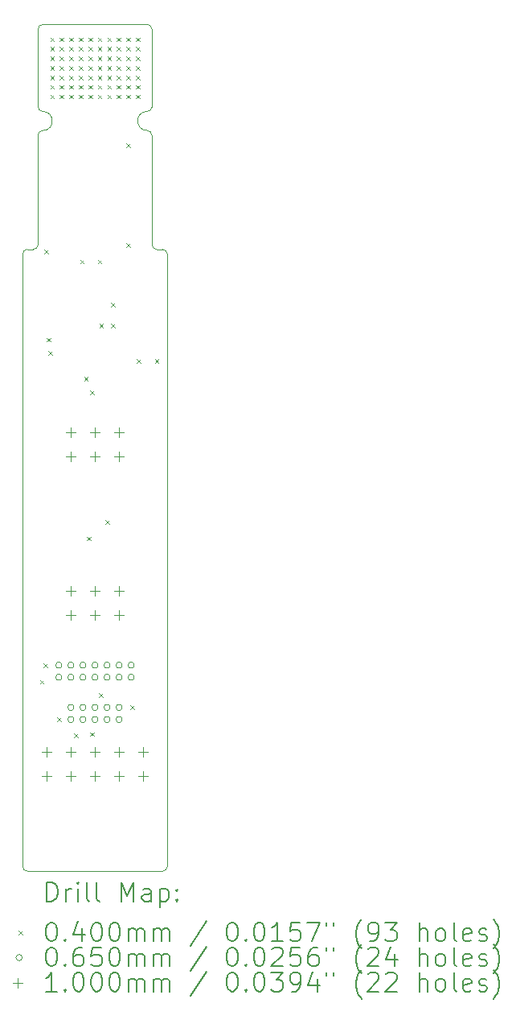
<source format=gbr>
%TF.GenerationSoftware,KiCad,Pcbnew,7.0.10*%
%TF.CreationDate,2024-01-06T05:40:19+01:00*%
%TF.ProjectId,universal-tc2030,756e6976-6572-4736-916c-2d7463323033,rev?*%
%TF.SameCoordinates,Original*%
%TF.FileFunction,Drillmap*%
%TF.FilePolarity,Positive*%
%FSLAX45Y45*%
G04 Gerber Fmt 4.5, Leading zero omitted, Abs format (unit mm)*
G04 Created by KiCad (PCBNEW 7.0.10) date 2024-01-06 05:40:19*
%MOMM*%
%LPD*%
G01*
G04 APERTURE LIST*
%ADD10C,0.100000*%
%ADD11C,0.200000*%
G04 APERTURE END LIST*
D10*
X14450000Y-5000000D02*
G75*
G03*
X14450000Y-4800000I0J100000D01*
G01*
X14350000Y-6250000D02*
G75*
G03*
X14400000Y-6200000I0J50000D01*
G01*
X14288000Y-12790000D02*
X15712000Y-12790000D01*
X15600000Y-5050000D02*
G75*
G03*
X15550000Y-5000000I-50000J0D01*
G01*
X14238000Y-6300000D02*
X14238000Y-12740000D01*
X14400000Y-3935000D02*
X14400000Y-4750000D01*
X14450000Y-3885000D02*
X15550000Y-3885000D01*
X15600000Y-3935000D02*
X15600000Y-4750000D01*
X15650000Y-6250000D02*
X15712000Y-6250000D01*
X14288000Y-6250000D02*
G75*
G03*
X14238000Y-6300000I0J-50000D01*
G01*
X14238000Y-12740000D02*
G75*
G03*
X14288000Y-12790000I50000J0D01*
G01*
X15550000Y-4800000D02*
G75*
G03*
X15600000Y-4750000I0J50000D01*
G01*
X14450000Y-5000000D02*
G75*
G03*
X14400000Y-5050000I0J-50000D01*
G01*
X14400000Y-6200000D02*
X14400000Y-5050000D01*
X14450000Y-3885000D02*
G75*
G03*
X14400000Y-3935000I0J-50000D01*
G01*
X15712000Y-12790000D02*
G75*
G03*
X15762000Y-12740000I0J50000D01*
G01*
X15762000Y-6300000D02*
X15762000Y-12740000D01*
X15600000Y-3935000D02*
G75*
G03*
X15550000Y-3885000I-50000J0D01*
G01*
X15600000Y-5050000D02*
X15600000Y-6200000D01*
X14350000Y-6250000D02*
X14288000Y-6250000D01*
X15762000Y-6300000D02*
G75*
G03*
X15712000Y-6250000I-50000J0D01*
G01*
X14400000Y-4750000D02*
G75*
G03*
X14450000Y-4800000I50000J0D01*
G01*
X15600000Y-6200000D02*
G75*
G03*
X15650000Y-6250000I50000J0D01*
G01*
X15550000Y-4800000D02*
G75*
G03*
X15550000Y-5000000I0J-100000D01*
G01*
D11*
D10*
X14420000Y-10780000D02*
X14460000Y-10820000D01*
X14460000Y-10780000D02*
X14420000Y-10820000D01*
X14459000Y-10603000D02*
X14499000Y-10643000D01*
X14499000Y-10603000D02*
X14459000Y-10643000D01*
X14465000Y-6253000D02*
X14505000Y-6293000D01*
X14505000Y-6253000D02*
X14465000Y-6293000D01*
X14490000Y-7181000D02*
X14530000Y-7221000D01*
X14530000Y-7181000D02*
X14490000Y-7221000D01*
X14508500Y-7320750D02*
X14548500Y-7360750D01*
X14548500Y-7320750D02*
X14508500Y-7360750D01*
X14530000Y-4022500D02*
X14570000Y-4062500D01*
X14570000Y-4022500D02*
X14530000Y-4062500D01*
X14530000Y-4122500D02*
X14570000Y-4162500D01*
X14570000Y-4122500D02*
X14530000Y-4162500D01*
X14530000Y-4222500D02*
X14570000Y-4262500D01*
X14570000Y-4222500D02*
X14530000Y-4262500D01*
X14530000Y-4322500D02*
X14570000Y-4362500D01*
X14570000Y-4322500D02*
X14530000Y-4362500D01*
X14530000Y-4422500D02*
X14570000Y-4462500D01*
X14570000Y-4422500D02*
X14530000Y-4462500D01*
X14530000Y-4522500D02*
X14570000Y-4562500D01*
X14570000Y-4522500D02*
X14530000Y-4562500D01*
X14530000Y-4622500D02*
X14570000Y-4662500D01*
X14570000Y-4622500D02*
X14530000Y-4662500D01*
X14600000Y-11170000D02*
X14640000Y-11210000D01*
X14640000Y-11170000D02*
X14600000Y-11210000D01*
X14630000Y-4022500D02*
X14670000Y-4062500D01*
X14670000Y-4022500D02*
X14630000Y-4062500D01*
X14630000Y-4122500D02*
X14670000Y-4162500D01*
X14670000Y-4122500D02*
X14630000Y-4162500D01*
X14630000Y-4222500D02*
X14670000Y-4262500D01*
X14670000Y-4222500D02*
X14630000Y-4262500D01*
X14630000Y-4322500D02*
X14670000Y-4362500D01*
X14670000Y-4322500D02*
X14630000Y-4362500D01*
X14630000Y-4422500D02*
X14670000Y-4462500D01*
X14670000Y-4422500D02*
X14630000Y-4462500D01*
X14630000Y-4522500D02*
X14670000Y-4562500D01*
X14670000Y-4522500D02*
X14630000Y-4562500D01*
X14630000Y-4622500D02*
X14670000Y-4662500D01*
X14670000Y-4622500D02*
X14630000Y-4662500D01*
X14730000Y-4022500D02*
X14770000Y-4062500D01*
X14770000Y-4022500D02*
X14730000Y-4062500D01*
X14730000Y-4122500D02*
X14770000Y-4162500D01*
X14770000Y-4122500D02*
X14730000Y-4162500D01*
X14730000Y-4222500D02*
X14770000Y-4262500D01*
X14770000Y-4222500D02*
X14730000Y-4262500D01*
X14730000Y-4322500D02*
X14770000Y-4362500D01*
X14770000Y-4322500D02*
X14730000Y-4362500D01*
X14730000Y-4422500D02*
X14770000Y-4462500D01*
X14770000Y-4422500D02*
X14730000Y-4462500D01*
X14730000Y-4522500D02*
X14770000Y-4562500D01*
X14770000Y-4522500D02*
X14730000Y-4562500D01*
X14730000Y-4622500D02*
X14770000Y-4662500D01*
X14770000Y-4622500D02*
X14730000Y-4662500D01*
X14780000Y-11340000D02*
X14820000Y-11380000D01*
X14820000Y-11340000D02*
X14780000Y-11380000D01*
X14830000Y-4022500D02*
X14870000Y-4062500D01*
X14870000Y-4022500D02*
X14830000Y-4062500D01*
X14830000Y-4122500D02*
X14870000Y-4162500D01*
X14870000Y-4122500D02*
X14830000Y-4162500D01*
X14830000Y-4222500D02*
X14870000Y-4262500D01*
X14870000Y-4222500D02*
X14830000Y-4262500D01*
X14830000Y-4322500D02*
X14870000Y-4362500D01*
X14870000Y-4322500D02*
X14830000Y-4362500D01*
X14830000Y-4422500D02*
X14870000Y-4462500D01*
X14870000Y-4422500D02*
X14830000Y-4462500D01*
X14830000Y-4522500D02*
X14870000Y-4562500D01*
X14870000Y-4522500D02*
X14830000Y-4562500D01*
X14830000Y-4622500D02*
X14870000Y-4662500D01*
X14870000Y-4622500D02*
X14830000Y-4662500D01*
X14842000Y-6360000D02*
X14882000Y-6400000D01*
X14882000Y-6360000D02*
X14842000Y-6400000D01*
X14886500Y-7590750D02*
X14926500Y-7630750D01*
X14926500Y-7590750D02*
X14886500Y-7630750D01*
X14916500Y-9273000D02*
X14956500Y-9313000D01*
X14956500Y-9273000D02*
X14916500Y-9313000D01*
X14930000Y-4022500D02*
X14970000Y-4062500D01*
X14970000Y-4022500D02*
X14930000Y-4062500D01*
X14930000Y-4122500D02*
X14970000Y-4162500D01*
X14970000Y-4122500D02*
X14930000Y-4162500D01*
X14930000Y-4222500D02*
X14970000Y-4262500D01*
X14970000Y-4222500D02*
X14930000Y-4262500D01*
X14930000Y-4322500D02*
X14970000Y-4362500D01*
X14970000Y-4322500D02*
X14930000Y-4362500D01*
X14930000Y-4422500D02*
X14970000Y-4462500D01*
X14970000Y-4422500D02*
X14930000Y-4462500D01*
X14930000Y-4522500D02*
X14970000Y-4562500D01*
X14970000Y-4522500D02*
X14930000Y-4562500D01*
X14930000Y-4622500D02*
X14970000Y-4662500D01*
X14970000Y-4622500D02*
X14930000Y-4662500D01*
X14946500Y-7736000D02*
X14986500Y-7776000D01*
X14986500Y-7736000D02*
X14946500Y-7776000D01*
X14950000Y-11330000D02*
X14990000Y-11370000D01*
X14990000Y-11330000D02*
X14950000Y-11370000D01*
X15030000Y-4022500D02*
X15070000Y-4062500D01*
X15070000Y-4022500D02*
X15030000Y-4062500D01*
X15030000Y-4122500D02*
X15070000Y-4162500D01*
X15070000Y-4122500D02*
X15030000Y-4162500D01*
X15030000Y-4222500D02*
X15070000Y-4262500D01*
X15070000Y-4222500D02*
X15030000Y-4262500D01*
X15030000Y-4322500D02*
X15070000Y-4362500D01*
X15070000Y-4322500D02*
X15030000Y-4362500D01*
X15030000Y-4422500D02*
X15070000Y-4462500D01*
X15070000Y-4422500D02*
X15030000Y-4462500D01*
X15030000Y-4522500D02*
X15070000Y-4562500D01*
X15070000Y-4522500D02*
X15030000Y-4562500D01*
X15030000Y-4622500D02*
X15070000Y-4662500D01*
X15070000Y-4622500D02*
X15030000Y-4662500D01*
X15030000Y-6360000D02*
X15070000Y-6400000D01*
X15070000Y-6360000D02*
X15030000Y-6400000D01*
X15043500Y-10920000D02*
X15083500Y-10960000D01*
X15083500Y-10920000D02*
X15043500Y-10960000D01*
X15046000Y-7035000D02*
X15086000Y-7075000D01*
X15086000Y-7035000D02*
X15046000Y-7075000D01*
X15109426Y-9100574D02*
X15149426Y-9140574D01*
X15149426Y-9100574D02*
X15109426Y-9140574D01*
X15130000Y-4022500D02*
X15170000Y-4062500D01*
X15170000Y-4022500D02*
X15130000Y-4062500D01*
X15130000Y-4122500D02*
X15170000Y-4162500D01*
X15170000Y-4122500D02*
X15130000Y-4162500D01*
X15130000Y-4222500D02*
X15170000Y-4262500D01*
X15170000Y-4222500D02*
X15130000Y-4262500D01*
X15130000Y-4322500D02*
X15170000Y-4362500D01*
X15170000Y-4322500D02*
X15130000Y-4362500D01*
X15130000Y-4422500D02*
X15170000Y-4462500D01*
X15170000Y-4422500D02*
X15130000Y-4462500D01*
X15130000Y-4522500D02*
X15170000Y-4562500D01*
X15170000Y-4522500D02*
X15130000Y-4562500D01*
X15130000Y-4622500D02*
X15170000Y-4662500D01*
X15170000Y-4622500D02*
X15130000Y-4662500D01*
X15166000Y-7035000D02*
X15206000Y-7075000D01*
X15206000Y-7035000D02*
X15166000Y-7075000D01*
X15170500Y-6815000D02*
X15210500Y-6855000D01*
X15210500Y-6815000D02*
X15170500Y-6855000D01*
X15230000Y-4022500D02*
X15270000Y-4062500D01*
X15270000Y-4022500D02*
X15230000Y-4062500D01*
X15230000Y-4122500D02*
X15270000Y-4162500D01*
X15270000Y-4122500D02*
X15230000Y-4162500D01*
X15230000Y-4222500D02*
X15270000Y-4262500D01*
X15270000Y-4222500D02*
X15230000Y-4262500D01*
X15230000Y-4322500D02*
X15270000Y-4362500D01*
X15270000Y-4322500D02*
X15230000Y-4362500D01*
X15230000Y-4422500D02*
X15270000Y-4462500D01*
X15270000Y-4422500D02*
X15230000Y-4462500D01*
X15230000Y-4522500D02*
X15270000Y-4562500D01*
X15270000Y-4522500D02*
X15230000Y-4562500D01*
X15230000Y-4622500D02*
X15270000Y-4662500D01*
X15270000Y-4622500D02*
X15230000Y-4662500D01*
X15330000Y-4022500D02*
X15370000Y-4062500D01*
X15370000Y-4022500D02*
X15330000Y-4062500D01*
X15330000Y-4122500D02*
X15370000Y-4162500D01*
X15370000Y-4122500D02*
X15330000Y-4162500D01*
X15330000Y-4222500D02*
X15370000Y-4262500D01*
X15370000Y-4222500D02*
X15330000Y-4262500D01*
X15330000Y-4322500D02*
X15370000Y-4362500D01*
X15370000Y-4322500D02*
X15330000Y-4362500D01*
X15330000Y-4422500D02*
X15370000Y-4462500D01*
X15370000Y-4422500D02*
X15330000Y-4462500D01*
X15330000Y-4522500D02*
X15370000Y-4562500D01*
X15370000Y-4522500D02*
X15330000Y-4562500D01*
X15330000Y-4622500D02*
X15370000Y-4662500D01*
X15370000Y-4622500D02*
X15330000Y-4662500D01*
X15330000Y-5134000D02*
X15370000Y-5174000D01*
X15370000Y-5134000D02*
X15330000Y-5174000D01*
X15330000Y-6185000D02*
X15370000Y-6225000D01*
X15370000Y-6185000D02*
X15330000Y-6225000D01*
X15374000Y-11048000D02*
X15414000Y-11088000D01*
X15414000Y-11048000D02*
X15374000Y-11088000D01*
X15430000Y-4022500D02*
X15470000Y-4062500D01*
X15470000Y-4022500D02*
X15430000Y-4062500D01*
X15430000Y-4122500D02*
X15470000Y-4162500D01*
X15470000Y-4122500D02*
X15430000Y-4162500D01*
X15430000Y-4222500D02*
X15470000Y-4262500D01*
X15470000Y-4222500D02*
X15430000Y-4262500D01*
X15430000Y-4322500D02*
X15470000Y-4362500D01*
X15470000Y-4322500D02*
X15430000Y-4362500D01*
X15430000Y-4422500D02*
X15470000Y-4462500D01*
X15470000Y-4422500D02*
X15430000Y-4462500D01*
X15430000Y-4522500D02*
X15470000Y-4562500D01*
X15470000Y-4522500D02*
X15430000Y-4562500D01*
X15430000Y-4622500D02*
X15470000Y-4662500D01*
X15470000Y-4622500D02*
X15430000Y-4662500D01*
X15441500Y-7403000D02*
X15481500Y-7443000D01*
X15481500Y-7403000D02*
X15441500Y-7443000D01*
X15631500Y-7403000D02*
X15671500Y-7443000D01*
X15671500Y-7403000D02*
X15631500Y-7443000D01*
X14651500Y-10623000D02*
G75*
G03*
X14586500Y-10623000I-32500J0D01*
G01*
X14586500Y-10623000D02*
G75*
G03*
X14651500Y-10623000I32500J0D01*
G01*
X14651500Y-10750000D02*
G75*
G03*
X14586500Y-10750000I-32500J0D01*
G01*
X14586500Y-10750000D02*
G75*
G03*
X14651500Y-10750000I32500J0D01*
G01*
X14778500Y-10623000D02*
G75*
G03*
X14713500Y-10623000I-32500J0D01*
G01*
X14713500Y-10623000D02*
G75*
G03*
X14778500Y-10623000I32500J0D01*
G01*
X14778500Y-10750000D02*
G75*
G03*
X14713500Y-10750000I-32500J0D01*
G01*
X14713500Y-10750000D02*
G75*
G03*
X14778500Y-10750000I32500J0D01*
G01*
X14778500Y-11068000D02*
G75*
G03*
X14713500Y-11068000I-32500J0D01*
G01*
X14713500Y-11068000D02*
G75*
G03*
X14778500Y-11068000I32500J0D01*
G01*
X14778500Y-11195000D02*
G75*
G03*
X14713500Y-11195000I-32500J0D01*
G01*
X14713500Y-11195000D02*
G75*
G03*
X14778500Y-11195000I32500J0D01*
G01*
X14905500Y-10623000D02*
G75*
G03*
X14840500Y-10623000I-32500J0D01*
G01*
X14840500Y-10623000D02*
G75*
G03*
X14905500Y-10623000I32500J0D01*
G01*
X14905500Y-10750000D02*
G75*
G03*
X14840500Y-10750000I-32500J0D01*
G01*
X14840500Y-10750000D02*
G75*
G03*
X14905500Y-10750000I32500J0D01*
G01*
X14905500Y-11068000D02*
G75*
G03*
X14840500Y-11068000I-32500J0D01*
G01*
X14840500Y-11068000D02*
G75*
G03*
X14905500Y-11068000I32500J0D01*
G01*
X14905500Y-11195000D02*
G75*
G03*
X14840500Y-11195000I-32500J0D01*
G01*
X14840500Y-11195000D02*
G75*
G03*
X14905500Y-11195000I32500J0D01*
G01*
X15032500Y-10623000D02*
G75*
G03*
X14967500Y-10623000I-32500J0D01*
G01*
X14967500Y-10623000D02*
G75*
G03*
X15032500Y-10623000I32500J0D01*
G01*
X15032500Y-10750000D02*
G75*
G03*
X14967500Y-10750000I-32500J0D01*
G01*
X14967500Y-10750000D02*
G75*
G03*
X15032500Y-10750000I32500J0D01*
G01*
X15032500Y-11068000D02*
G75*
G03*
X14967500Y-11068000I-32500J0D01*
G01*
X14967500Y-11068000D02*
G75*
G03*
X15032500Y-11068000I32500J0D01*
G01*
X15032500Y-11195000D02*
G75*
G03*
X14967500Y-11195000I-32500J0D01*
G01*
X14967500Y-11195000D02*
G75*
G03*
X15032500Y-11195000I32500J0D01*
G01*
X15159500Y-10623000D02*
G75*
G03*
X15094500Y-10623000I-32500J0D01*
G01*
X15094500Y-10623000D02*
G75*
G03*
X15159500Y-10623000I32500J0D01*
G01*
X15159500Y-10750000D02*
G75*
G03*
X15094500Y-10750000I-32500J0D01*
G01*
X15094500Y-10750000D02*
G75*
G03*
X15159500Y-10750000I32500J0D01*
G01*
X15159500Y-11068000D02*
G75*
G03*
X15094500Y-11068000I-32500J0D01*
G01*
X15094500Y-11068000D02*
G75*
G03*
X15159500Y-11068000I32500J0D01*
G01*
X15159500Y-11195000D02*
G75*
G03*
X15094500Y-11195000I-32500J0D01*
G01*
X15094500Y-11195000D02*
G75*
G03*
X15159500Y-11195000I32500J0D01*
G01*
X15286500Y-10623000D02*
G75*
G03*
X15221500Y-10623000I-32500J0D01*
G01*
X15221500Y-10623000D02*
G75*
G03*
X15286500Y-10623000I32500J0D01*
G01*
X15286500Y-10750000D02*
G75*
G03*
X15221500Y-10750000I-32500J0D01*
G01*
X15221500Y-10750000D02*
G75*
G03*
X15286500Y-10750000I32500J0D01*
G01*
X15286500Y-11068000D02*
G75*
G03*
X15221500Y-11068000I-32500J0D01*
G01*
X15221500Y-11068000D02*
G75*
G03*
X15286500Y-11068000I32500J0D01*
G01*
X15286500Y-11195000D02*
G75*
G03*
X15221500Y-11195000I-32500J0D01*
G01*
X15221500Y-11195000D02*
G75*
G03*
X15286500Y-11195000I32500J0D01*
G01*
X15413500Y-10623000D02*
G75*
G03*
X15348500Y-10623000I-32500J0D01*
G01*
X15348500Y-10623000D02*
G75*
G03*
X15413500Y-10623000I32500J0D01*
G01*
X15413500Y-10750000D02*
G75*
G03*
X15348500Y-10750000I-32500J0D01*
G01*
X15348500Y-10750000D02*
G75*
G03*
X15413500Y-10750000I32500J0D01*
G01*
X14492000Y-11483000D02*
X14492000Y-11583000D01*
X14442000Y-11533000D02*
X14542000Y-11533000D01*
X14492000Y-11737000D02*
X14492000Y-11837000D01*
X14442000Y-11787000D02*
X14542000Y-11787000D01*
X14746000Y-8121000D02*
X14746000Y-8221000D01*
X14696000Y-8171000D02*
X14796000Y-8171000D01*
X14746000Y-8375000D02*
X14746000Y-8475000D01*
X14696000Y-8425000D02*
X14796000Y-8425000D01*
X14746000Y-9791000D02*
X14746000Y-9891000D01*
X14696000Y-9841000D02*
X14796000Y-9841000D01*
X14746000Y-10045000D02*
X14746000Y-10145000D01*
X14696000Y-10095000D02*
X14796000Y-10095000D01*
X14746000Y-11483000D02*
X14746000Y-11583000D01*
X14696000Y-11533000D02*
X14796000Y-11533000D01*
X14746000Y-11737000D02*
X14746000Y-11837000D01*
X14696000Y-11787000D02*
X14796000Y-11787000D01*
X15000000Y-8121000D02*
X15000000Y-8221000D01*
X14950000Y-8171000D02*
X15050000Y-8171000D01*
X15000000Y-8375000D02*
X15000000Y-8475000D01*
X14950000Y-8425000D02*
X15050000Y-8425000D01*
X15000000Y-9791000D02*
X15000000Y-9891000D01*
X14950000Y-9841000D02*
X15050000Y-9841000D01*
X15000000Y-10045000D02*
X15000000Y-10145000D01*
X14950000Y-10095000D02*
X15050000Y-10095000D01*
X15000000Y-11483000D02*
X15000000Y-11583000D01*
X14950000Y-11533000D02*
X15050000Y-11533000D01*
X15000000Y-11737000D02*
X15000000Y-11837000D01*
X14950000Y-11787000D02*
X15050000Y-11787000D01*
X15254000Y-8121000D02*
X15254000Y-8221000D01*
X15204000Y-8171000D02*
X15304000Y-8171000D01*
X15254000Y-8375000D02*
X15254000Y-8475000D01*
X15204000Y-8425000D02*
X15304000Y-8425000D01*
X15254000Y-9791000D02*
X15254000Y-9891000D01*
X15204000Y-9841000D02*
X15304000Y-9841000D01*
X15254000Y-10045000D02*
X15254000Y-10145000D01*
X15204000Y-10095000D02*
X15304000Y-10095000D01*
X15254000Y-11483000D02*
X15254000Y-11583000D01*
X15204000Y-11533000D02*
X15304000Y-11533000D01*
X15254000Y-11737000D02*
X15254000Y-11837000D01*
X15204000Y-11787000D02*
X15304000Y-11787000D01*
X15508000Y-11483000D02*
X15508000Y-11583000D01*
X15458000Y-11533000D02*
X15558000Y-11533000D01*
X15508000Y-11737000D02*
X15508000Y-11837000D01*
X15458000Y-11787000D02*
X15558000Y-11787000D01*
D11*
X14493777Y-13106484D02*
X14493777Y-12906484D01*
X14493777Y-12906484D02*
X14541396Y-12906484D01*
X14541396Y-12906484D02*
X14569967Y-12916008D01*
X14569967Y-12916008D02*
X14589015Y-12935055D01*
X14589015Y-12935055D02*
X14598539Y-12954103D01*
X14598539Y-12954103D02*
X14608062Y-12992198D01*
X14608062Y-12992198D02*
X14608062Y-13020769D01*
X14608062Y-13020769D02*
X14598539Y-13058865D01*
X14598539Y-13058865D02*
X14589015Y-13077912D01*
X14589015Y-13077912D02*
X14569967Y-13096960D01*
X14569967Y-13096960D02*
X14541396Y-13106484D01*
X14541396Y-13106484D02*
X14493777Y-13106484D01*
X14693777Y-13106484D02*
X14693777Y-12973150D01*
X14693777Y-13011246D02*
X14703301Y-12992198D01*
X14703301Y-12992198D02*
X14712824Y-12982674D01*
X14712824Y-12982674D02*
X14731872Y-12973150D01*
X14731872Y-12973150D02*
X14750920Y-12973150D01*
X14817586Y-13106484D02*
X14817586Y-12973150D01*
X14817586Y-12906484D02*
X14808062Y-12916008D01*
X14808062Y-12916008D02*
X14817586Y-12925531D01*
X14817586Y-12925531D02*
X14827110Y-12916008D01*
X14827110Y-12916008D02*
X14817586Y-12906484D01*
X14817586Y-12906484D02*
X14817586Y-12925531D01*
X14941396Y-13106484D02*
X14922348Y-13096960D01*
X14922348Y-13096960D02*
X14912824Y-13077912D01*
X14912824Y-13077912D02*
X14912824Y-12906484D01*
X15046158Y-13106484D02*
X15027110Y-13096960D01*
X15027110Y-13096960D02*
X15017586Y-13077912D01*
X15017586Y-13077912D02*
X15017586Y-12906484D01*
X15274729Y-13106484D02*
X15274729Y-12906484D01*
X15274729Y-12906484D02*
X15341396Y-13049341D01*
X15341396Y-13049341D02*
X15408062Y-12906484D01*
X15408062Y-12906484D02*
X15408062Y-13106484D01*
X15589015Y-13106484D02*
X15589015Y-13001722D01*
X15589015Y-13001722D02*
X15579491Y-12982674D01*
X15579491Y-12982674D02*
X15560443Y-12973150D01*
X15560443Y-12973150D02*
X15522348Y-12973150D01*
X15522348Y-12973150D02*
X15503301Y-12982674D01*
X15589015Y-13096960D02*
X15569967Y-13106484D01*
X15569967Y-13106484D02*
X15522348Y-13106484D01*
X15522348Y-13106484D02*
X15503301Y-13096960D01*
X15503301Y-13096960D02*
X15493777Y-13077912D01*
X15493777Y-13077912D02*
X15493777Y-13058865D01*
X15493777Y-13058865D02*
X15503301Y-13039817D01*
X15503301Y-13039817D02*
X15522348Y-13030293D01*
X15522348Y-13030293D02*
X15569967Y-13030293D01*
X15569967Y-13030293D02*
X15589015Y-13020769D01*
X15684253Y-12973150D02*
X15684253Y-13173150D01*
X15684253Y-12982674D02*
X15703301Y-12973150D01*
X15703301Y-12973150D02*
X15741396Y-12973150D01*
X15741396Y-12973150D02*
X15760443Y-12982674D01*
X15760443Y-12982674D02*
X15769967Y-12992198D01*
X15769967Y-12992198D02*
X15779491Y-13011246D01*
X15779491Y-13011246D02*
X15779491Y-13068388D01*
X15779491Y-13068388D02*
X15769967Y-13087436D01*
X15769967Y-13087436D02*
X15760443Y-13096960D01*
X15760443Y-13096960D02*
X15741396Y-13106484D01*
X15741396Y-13106484D02*
X15703301Y-13106484D01*
X15703301Y-13106484D02*
X15684253Y-13096960D01*
X15865205Y-13087436D02*
X15874729Y-13096960D01*
X15874729Y-13096960D02*
X15865205Y-13106484D01*
X15865205Y-13106484D02*
X15855682Y-13096960D01*
X15855682Y-13096960D02*
X15865205Y-13087436D01*
X15865205Y-13087436D02*
X15865205Y-13106484D01*
X15865205Y-12982674D02*
X15874729Y-12992198D01*
X15874729Y-12992198D02*
X15865205Y-13001722D01*
X15865205Y-13001722D02*
X15855682Y-12992198D01*
X15855682Y-12992198D02*
X15865205Y-12982674D01*
X15865205Y-12982674D02*
X15865205Y-13001722D01*
D10*
X14193000Y-13415000D02*
X14233000Y-13455000D01*
X14233000Y-13415000D02*
X14193000Y-13455000D01*
D11*
X14531872Y-13326484D02*
X14550920Y-13326484D01*
X14550920Y-13326484D02*
X14569967Y-13336008D01*
X14569967Y-13336008D02*
X14579491Y-13345531D01*
X14579491Y-13345531D02*
X14589015Y-13364579D01*
X14589015Y-13364579D02*
X14598539Y-13402674D01*
X14598539Y-13402674D02*
X14598539Y-13450293D01*
X14598539Y-13450293D02*
X14589015Y-13488388D01*
X14589015Y-13488388D02*
X14579491Y-13507436D01*
X14579491Y-13507436D02*
X14569967Y-13516960D01*
X14569967Y-13516960D02*
X14550920Y-13526484D01*
X14550920Y-13526484D02*
X14531872Y-13526484D01*
X14531872Y-13526484D02*
X14512824Y-13516960D01*
X14512824Y-13516960D02*
X14503301Y-13507436D01*
X14503301Y-13507436D02*
X14493777Y-13488388D01*
X14493777Y-13488388D02*
X14484253Y-13450293D01*
X14484253Y-13450293D02*
X14484253Y-13402674D01*
X14484253Y-13402674D02*
X14493777Y-13364579D01*
X14493777Y-13364579D02*
X14503301Y-13345531D01*
X14503301Y-13345531D02*
X14512824Y-13336008D01*
X14512824Y-13336008D02*
X14531872Y-13326484D01*
X14684253Y-13507436D02*
X14693777Y-13516960D01*
X14693777Y-13516960D02*
X14684253Y-13526484D01*
X14684253Y-13526484D02*
X14674729Y-13516960D01*
X14674729Y-13516960D02*
X14684253Y-13507436D01*
X14684253Y-13507436D02*
X14684253Y-13526484D01*
X14865205Y-13393150D02*
X14865205Y-13526484D01*
X14817586Y-13316960D02*
X14769967Y-13459817D01*
X14769967Y-13459817D02*
X14893777Y-13459817D01*
X15008062Y-13326484D02*
X15027110Y-13326484D01*
X15027110Y-13326484D02*
X15046158Y-13336008D01*
X15046158Y-13336008D02*
X15055682Y-13345531D01*
X15055682Y-13345531D02*
X15065205Y-13364579D01*
X15065205Y-13364579D02*
X15074729Y-13402674D01*
X15074729Y-13402674D02*
X15074729Y-13450293D01*
X15074729Y-13450293D02*
X15065205Y-13488388D01*
X15065205Y-13488388D02*
X15055682Y-13507436D01*
X15055682Y-13507436D02*
X15046158Y-13516960D01*
X15046158Y-13516960D02*
X15027110Y-13526484D01*
X15027110Y-13526484D02*
X15008062Y-13526484D01*
X15008062Y-13526484D02*
X14989015Y-13516960D01*
X14989015Y-13516960D02*
X14979491Y-13507436D01*
X14979491Y-13507436D02*
X14969967Y-13488388D01*
X14969967Y-13488388D02*
X14960443Y-13450293D01*
X14960443Y-13450293D02*
X14960443Y-13402674D01*
X14960443Y-13402674D02*
X14969967Y-13364579D01*
X14969967Y-13364579D02*
X14979491Y-13345531D01*
X14979491Y-13345531D02*
X14989015Y-13336008D01*
X14989015Y-13336008D02*
X15008062Y-13326484D01*
X15198539Y-13326484D02*
X15217586Y-13326484D01*
X15217586Y-13326484D02*
X15236634Y-13336008D01*
X15236634Y-13336008D02*
X15246158Y-13345531D01*
X15246158Y-13345531D02*
X15255682Y-13364579D01*
X15255682Y-13364579D02*
X15265205Y-13402674D01*
X15265205Y-13402674D02*
X15265205Y-13450293D01*
X15265205Y-13450293D02*
X15255682Y-13488388D01*
X15255682Y-13488388D02*
X15246158Y-13507436D01*
X15246158Y-13507436D02*
X15236634Y-13516960D01*
X15236634Y-13516960D02*
X15217586Y-13526484D01*
X15217586Y-13526484D02*
X15198539Y-13526484D01*
X15198539Y-13526484D02*
X15179491Y-13516960D01*
X15179491Y-13516960D02*
X15169967Y-13507436D01*
X15169967Y-13507436D02*
X15160443Y-13488388D01*
X15160443Y-13488388D02*
X15150920Y-13450293D01*
X15150920Y-13450293D02*
X15150920Y-13402674D01*
X15150920Y-13402674D02*
X15160443Y-13364579D01*
X15160443Y-13364579D02*
X15169967Y-13345531D01*
X15169967Y-13345531D02*
X15179491Y-13336008D01*
X15179491Y-13336008D02*
X15198539Y-13326484D01*
X15350920Y-13526484D02*
X15350920Y-13393150D01*
X15350920Y-13412198D02*
X15360443Y-13402674D01*
X15360443Y-13402674D02*
X15379491Y-13393150D01*
X15379491Y-13393150D02*
X15408063Y-13393150D01*
X15408063Y-13393150D02*
X15427110Y-13402674D01*
X15427110Y-13402674D02*
X15436634Y-13421722D01*
X15436634Y-13421722D02*
X15436634Y-13526484D01*
X15436634Y-13421722D02*
X15446158Y-13402674D01*
X15446158Y-13402674D02*
X15465205Y-13393150D01*
X15465205Y-13393150D02*
X15493777Y-13393150D01*
X15493777Y-13393150D02*
X15512824Y-13402674D01*
X15512824Y-13402674D02*
X15522348Y-13421722D01*
X15522348Y-13421722D02*
X15522348Y-13526484D01*
X15617586Y-13526484D02*
X15617586Y-13393150D01*
X15617586Y-13412198D02*
X15627110Y-13402674D01*
X15627110Y-13402674D02*
X15646158Y-13393150D01*
X15646158Y-13393150D02*
X15674729Y-13393150D01*
X15674729Y-13393150D02*
X15693777Y-13402674D01*
X15693777Y-13402674D02*
X15703301Y-13421722D01*
X15703301Y-13421722D02*
X15703301Y-13526484D01*
X15703301Y-13421722D02*
X15712824Y-13402674D01*
X15712824Y-13402674D02*
X15731872Y-13393150D01*
X15731872Y-13393150D02*
X15760443Y-13393150D01*
X15760443Y-13393150D02*
X15779491Y-13402674D01*
X15779491Y-13402674D02*
X15789015Y-13421722D01*
X15789015Y-13421722D02*
X15789015Y-13526484D01*
X16179491Y-13316960D02*
X16008063Y-13574103D01*
X16436634Y-13326484D02*
X16455682Y-13326484D01*
X16455682Y-13326484D02*
X16474729Y-13336008D01*
X16474729Y-13336008D02*
X16484253Y-13345531D01*
X16484253Y-13345531D02*
X16493777Y-13364579D01*
X16493777Y-13364579D02*
X16503301Y-13402674D01*
X16503301Y-13402674D02*
X16503301Y-13450293D01*
X16503301Y-13450293D02*
X16493777Y-13488388D01*
X16493777Y-13488388D02*
X16484253Y-13507436D01*
X16484253Y-13507436D02*
X16474729Y-13516960D01*
X16474729Y-13516960D02*
X16455682Y-13526484D01*
X16455682Y-13526484D02*
X16436634Y-13526484D01*
X16436634Y-13526484D02*
X16417586Y-13516960D01*
X16417586Y-13516960D02*
X16408063Y-13507436D01*
X16408063Y-13507436D02*
X16398539Y-13488388D01*
X16398539Y-13488388D02*
X16389015Y-13450293D01*
X16389015Y-13450293D02*
X16389015Y-13402674D01*
X16389015Y-13402674D02*
X16398539Y-13364579D01*
X16398539Y-13364579D02*
X16408063Y-13345531D01*
X16408063Y-13345531D02*
X16417586Y-13336008D01*
X16417586Y-13336008D02*
X16436634Y-13326484D01*
X16589015Y-13507436D02*
X16598539Y-13516960D01*
X16598539Y-13516960D02*
X16589015Y-13526484D01*
X16589015Y-13526484D02*
X16579491Y-13516960D01*
X16579491Y-13516960D02*
X16589015Y-13507436D01*
X16589015Y-13507436D02*
X16589015Y-13526484D01*
X16722348Y-13326484D02*
X16741396Y-13326484D01*
X16741396Y-13326484D02*
X16760444Y-13336008D01*
X16760444Y-13336008D02*
X16769967Y-13345531D01*
X16769967Y-13345531D02*
X16779491Y-13364579D01*
X16779491Y-13364579D02*
X16789015Y-13402674D01*
X16789015Y-13402674D02*
X16789015Y-13450293D01*
X16789015Y-13450293D02*
X16779491Y-13488388D01*
X16779491Y-13488388D02*
X16769967Y-13507436D01*
X16769967Y-13507436D02*
X16760444Y-13516960D01*
X16760444Y-13516960D02*
X16741396Y-13526484D01*
X16741396Y-13526484D02*
X16722348Y-13526484D01*
X16722348Y-13526484D02*
X16703301Y-13516960D01*
X16703301Y-13516960D02*
X16693777Y-13507436D01*
X16693777Y-13507436D02*
X16684253Y-13488388D01*
X16684253Y-13488388D02*
X16674729Y-13450293D01*
X16674729Y-13450293D02*
X16674729Y-13402674D01*
X16674729Y-13402674D02*
X16684253Y-13364579D01*
X16684253Y-13364579D02*
X16693777Y-13345531D01*
X16693777Y-13345531D02*
X16703301Y-13336008D01*
X16703301Y-13336008D02*
X16722348Y-13326484D01*
X16979491Y-13526484D02*
X16865206Y-13526484D01*
X16922348Y-13526484D02*
X16922348Y-13326484D01*
X16922348Y-13326484D02*
X16903301Y-13355055D01*
X16903301Y-13355055D02*
X16884253Y-13374103D01*
X16884253Y-13374103D02*
X16865206Y-13383627D01*
X17160444Y-13326484D02*
X17065206Y-13326484D01*
X17065206Y-13326484D02*
X17055682Y-13421722D01*
X17055682Y-13421722D02*
X17065206Y-13412198D01*
X17065206Y-13412198D02*
X17084253Y-13402674D01*
X17084253Y-13402674D02*
X17131872Y-13402674D01*
X17131872Y-13402674D02*
X17150920Y-13412198D01*
X17150920Y-13412198D02*
X17160444Y-13421722D01*
X17160444Y-13421722D02*
X17169968Y-13440769D01*
X17169968Y-13440769D02*
X17169968Y-13488388D01*
X17169968Y-13488388D02*
X17160444Y-13507436D01*
X17160444Y-13507436D02*
X17150920Y-13516960D01*
X17150920Y-13516960D02*
X17131872Y-13526484D01*
X17131872Y-13526484D02*
X17084253Y-13526484D01*
X17084253Y-13526484D02*
X17065206Y-13516960D01*
X17065206Y-13516960D02*
X17055682Y-13507436D01*
X17236634Y-13326484D02*
X17369968Y-13326484D01*
X17369968Y-13326484D02*
X17284253Y-13526484D01*
X17436634Y-13326484D02*
X17436634Y-13364579D01*
X17512825Y-13326484D02*
X17512825Y-13364579D01*
X17808063Y-13602674D02*
X17798539Y-13593150D01*
X17798539Y-13593150D02*
X17779491Y-13564579D01*
X17779491Y-13564579D02*
X17769968Y-13545531D01*
X17769968Y-13545531D02*
X17760444Y-13516960D01*
X17760444Y-13516960D02*
X17750920Y-13469341D01*
X17750920Y-13469341D02*
X17750920Y-13431246D01*
X17750920Y-13431246D02*
X17760444Y-13383627D01*
X17760444Y-13383627D02*
X17769968Y-13355055D01*
X17769968Y-13355055D02*
X17779491Y-13336008D01*
X17779491Y-13336008D02*
X17798539Y-13307436D01*
X17798539Y-13307436D02*
X17808063Y-13297912D01*
X17893777Y-13526484D02*
X17931872Y-13526484D01*
X17931872Y-13526484D02*
X17950920Y-13516960D01*
X17950920Y-13516960D02*
X17960444Y-13507436D01*
X17960444Y-13507436D02*
X17979491Y-13478865D01*
X17979491Y-13478865D02*
X17989015Y-13440769D01*
X17989015Y-13440769D02*
X17989015Y-13364579D01*
X17989015Y-13364579D02*
X17979491Y-13345531D01*
X17979491Y-13345531D02*
X17969968Y-13336008D01*
X17969968Y-13336008D02*
X17950920Y-13326484D01*
X17950920Y-13326484D02*
X17912825Y-13326484D01*
X17912825Y-13326484D02*
X17893777Y-13336008D01*
X17893777Y-13336008D02*
X17884253Y-13345531D01*
X17884253Y-13345531D02*
X17874730Y-13364579D01*
X17874730Y-13364579D02*
X17874730Y-13412198D01*
X17874730Y-13412198D02*
X17884253Y-13431246D01*
X17884253Y-13431246D02*
X17893777Y-13440769D01*
X17893777Y-13440769D02*
X17912825Y-13450293D01*
X17912825Y-13450293D02*
X17950920Y-13450293D01*
X17950920Y-13450293D02*
X17969968Y-13440769D01*
X17969968Y-13440769D02*
X17979491Y-13431246D01*
X17979491Y-13431246D02*
X17989015Y-13412198D01*
X18055682Y-13326484D02*
X18179491Y-13326484D01*
X18179491Y-13326484D02*
X18112825Y-13402674D01*
X18112825Y-13402674D02*
X18141396Y-13402674D01*
X18141396Y-13402674D02*
X18160444Y-13412198D01*
X18160444Y-13412198D02*
X18169968Y-13421722D01*
X18169968Y-13421722D02*
X18179491Y-13440769D01*
X18179491Y-13440769D02*
X18179491Y-13488388D01*
X18179491Y-13488388D02*
X18169968Y-13507436D01*
X18169968Y-13507436D02*
X18160444Y-13516960D01*
X18160444Y-13516960D02*
X18141396Y-13526484D01*
X18141396Y-13526484D02*
X18084253Y-13526484D01*
X18084253Y-13526484D02*
X18065206Y-13516960D01*
X18065206Y-13516960D02*
X18055682Y-13507436D01*
X18417587Y-13526484D02*
X18417587Y-13326484D01*
X18503301Y-13526484D02*
X18503301Y-13421722D01*
X18503301Y-13421722D02*
X18493777Y-13402674D01*
X18493777Y-13402674D02*
X18474730Y-13393150D01*
X18474730Y-13393150D02*
X18446158Y-13393150D01*
X18446158Y-13393150D02*
X18427111Y-13402674D01*
X18427111Y-13402674D02*
X18417587Y-13412198D01*
X18627111Y-13526484D02*
X18608063Y-13516960D01*
X18608063Y-13516960D02*
X18598539Y-13507436D01*
X18598539Y-13507436D02*
X18589015Y-13488388D01*
X18589015Y-13488388D02*
X18589015Y-13431246D01*
X18589015Y-13431246D02*
X18598539Y-13412198D01*
X18598539Y-13412198D02*
X18608063Y-13402674D01*
X18608063Y-13402674D02*
X18627111Y-13393150D01*
X18627111Y-13393150D02*
X18655682Y-13393150D01*
X18655682Y-13393150D02*
X18674730Y-13402674D01*
X18674730Y-13402674D02*
X18684253Y-13412198D01*
X18684253Y-13412198D02*
X18693777Y-13431246D01*
X18693777Y-13431246D02*
X18693777Y-13488388D01*
X18693777Y-13488388D02*
X18684253Y-13507436D01*
X18684253Y-13507436D02*
X18674730Y-13516960D01*
X18674730Y-13516960D02*
X18655682Y-13526484D01*
X18655682Y-13526484D02*
X18627111Y-13526484D01*
X18808063Y-13526484D02*
X18789015Y-13516960D01*
X18789015Y-13516960D02*
X18779492Y-13497912D01*
X18779492Y-13497912D02*
X18779492Y-13326484D01*
X18960444Y-13516960D02*
X18941396Y-13526484D01*
X18941396Y-13526484D02*
X18903301Y-13526484D01*
X18903301Y-13526484D02*
X18884253Y-13516960D01*
X18884253Y-13516960D02*
X18874730Y-13497912D01*
X18874730Y-13497912D02*
X18874730Y-13421722D01*
X18874730Y-13421722D02*
X18884253Y-13402674D01*
X18884253Y-13402674D02*
X18903301Y-13393150D01*
X18903301Y-13393150D02*
X18941396Y-13393150D01*
X18941396Y-13393150D02*
X18960444Y-13402674D01*
X18960444Y-13402674D02*
X18969968Y-13421722D01*
X18969968Y-13421722D02*
X18969968Y-13440769D01*
X18969968Y-13440769D02*
X18874730Y-13459817D01*
X19046158Y-13516960D02*
X19065206Y-13526484D01*
X19065206Y-13526484D02*
X19103301Y-13526484D01*
X19103301Y-13526484D02*
X19122349Y-13516960D01*
X19122349Y-13516960D02*
X19131873Y-13497912D01*
X19131873Y-13497912D02*
X19131873Y-13488388D01*
X19131873Y-13488388D02*
X19122349Y-13469341D01*
X19122349Y-13469341D02*
X19103301Y-13459817D01*
X19103301Y-13459817D02*
X19074730Y-13459817D01*
X19074730Y-13459817D02*
X19055682Y-13450293D01*
X19055682Y-13450293D02*
X19046158Y-13431246D01*
X19046158Y-13431246D02*
X19046158Y-13421722D01*
X19046158Y-13421722D02*
X19055682Y-13402674D01*
X19055682Y-13402674D02*
X19074730Y-13393150D01*
X19074730Y-13393150D02*
X19103301Y-13393150D01*
X19103301Y-13393150D02*
X19122349Y-13402674D01*
X19198539Y-13602674D02*
X19208063Y-13593150D01*
X19208063Y-13593150D02*
X19227111Y-13564579D01*
X19227111Y-13564579D02*
X19236634Y-13545531D01*
X19236634Y-13545531D02*
X19246158Y-13516960D01*
X19246158Y-13516960D02*
X19255682Y-13469341D01*
X19255682Y-13469341D02*
X19255682Y-13431246D01*
X19255682Y-13431246D02*
X19246158Y-13383627D01*
X19246158Y-13383627D02*
X19236634Y-13355055D01*
X19236634Y-13355055D02*
X19227111Y-13336008D01*
X19227111Y-13336008D02*
X19208063Y-13307436D01*
X19208063Y-13307436D02*
X19198539Y-13297912D01*
D10*
X14233000Y-13699000D02*
G75*
G03*
X14168000Y-13699000I-32500J0D01*
G01*
X14168000Y-13699000D02*
G75*
G03*
X14233000Y-13699000I32500J0D01*
G01*
D11*
X14531872Y-13590484D02*
X14550920Y-13590484D01*
X14550920Y-13590484D02*
X14569967Y-13600008D01*
X14569967Y-13600008D02*
X14579491Y-13609531D01*
X14579491Y-13609531D02*
X14589015Y-13628579D01*
X14589015Y-13628579D02*
X14598539Y-13666674D01*
X14598539Y-13666674D02*
X14598539Y-13714293D01*
X14598539Y-13714293D02*
X14589015Y-13752388D01*
X14589015Y-13752388D02*
X14579491Y-13771436D01*
X14579491Y-13771436D02*
X14569967Y-13780960D01*
X14569967Y-13780960D02*
X14550920Y-13790484D01*
X14550920Y-13790484D02*
X14531872Y-13790484D01*
X14531872Y-13790484D02*
X14512824Y-13780960D01*
X14512824Y-13780960D02*
X14503301Y-13771436D01*
X14503301Y-13771436D02*
X14493777Y-13752388D01*
X14493777Y-13752388D02*
X14484253Y-13714293D01*
X14484253Y-13714293D02*
X14484253Y-13666674D01*
X14484253Y-13666674D02*
X14493777Y-13628579D01*
X14493777Y-13628579D02*
X14503301Y-13609531D01*
X14503301Y-13609531D02*
X14512824Y-13600008D01*
X14512824Y-13600008D02*
X14531872Y-13590484D01*
X14684253Y-13771436D02*
X14693777Y-13780960D01*
X14693777Y-13780960D02*
X14684253Y-13790484D01*
X14684253Y-13790484D02*
X14674729Y-13780960D01*
X14674729Y-13780960D02*
X14684253Y-13771436D01*
X14684253Y-13771436D02*
X14684253Y-13790484D01*
X14865205Y-13590484D02*
X14827110Y-13590484D01*
X14827110Y-13590484D02*
X14808062Y-13600008D01*
X14808062Y-13600008D02*
X14798539Y-13609531D01*
X14798539Y-13609531D02*
X14779491Y-13638103D01*
X14779491Y-13638103D02*
X14769967Y-13676198D01*
X14769967Y-13676198D02*
X14769967Y-13752388D01*
X14769967Y-13752388D02*
X14779491Y-13771436D01*
X14779491Y-13771436D02*
X14789015Y-13780960D01*
X14789015Y-13780960D02*
X14808062Y-13790484D01*
X14808062Y-13790484D02*
X14846158Y-13790484D01*
X14846158Y-13790484D02*
X14865205Y-13780960D01*
X14865205Y-13780960D02*
X14874729Y-13771436D01*
X14874729Y-13771436D02*
X14884253Y-13752388D01*
X14884253Y-13752388D02*
X14884253Y-13704769D01*
X14884253Y-13704769D02*
X14874729Y-13685722D01*
X14874729Y-13685722D02*
X14865205Y-13676198D01*
X14865205Y-13676198D02*
X14846158Y-13666674D01*
X14846158Y-13666674D02*
X14808062Y-13666674D01*
X14808062Y-13666674D02*
X14789015Y-13676198D01*
X14789015Y-13676198D02*
X14779491Y-13685722D01*
X14779491Y-13685722D02*
X14769967Y-13704769D01*
X15065205Y-13590484D02*
X14969967Y-13590484D01*
X14969967Y-13590484D02*
X14960443Y-13685722D01*
X14960443Y-13685722D02*
X14969967Y-13676198D01*
X14969967Y-13676198D02*
X14989015Y-13666674D01*
X14989015Y-13666674D02*
X15036634Y-13666674D01*
X15036634Y-13666674D02*
X15055682Y-13676198D01*
X15055682Y-13676198D02*
X15065205Y-13685722D01*
X15065205Y-13685722D02*
X15074729Y-13704769D01*
X15074729Y-13704769D02*
X15074729Y-13752388D01*
X15074729Y-13752388D02*
X15065205Y-13771436D01*
X15065205Y-13771436D02*
X15055682Y-13780960D01*
X15055682Y-13780960D02*
X15036634Y-13790484D01*
X15036634Y-13790484D02*
X14989015Y-13790484D01*
X14989015Y-13790484D02*
X14969967Y-13780960D01*
X14969967Y-13780960D02*
X14960443Y-13771436D01*
X15198539Y-13590484D02*
X15217586Y-13590484D01*
X15217586Y-13590484D02*
X15236634Y-13600008D01*
X15236634Y-13600008D02*
X15246158Y-13609531D01*
X15246158Y-13609531D02*
X15255682Y-13628579D01*
X15255682Y-13628579D02*
X15265205Y-13666674D01*
X15265205Y-13666674D02*
X15265205Y-13714293D01*
X15265205Y-13714293D02*
X15255682Y-13752388D01*
X15255682Y-13752388D02*
X15246158Y-13771436D01*
X15246158Y-13771436D02*
X15236634Y-13780960D01*
X15236634Y-13780960D02*
X15217586Y-13790484D01*
X15217586Y-13790484D02*
X15198539Y-13790484D01*
X15198539Y-13790484D02*
X15179491Y-13780960D01*
X15179491Y-13780960D02*
X15169967Y-13771436D01*
X15169967Y-13771436D02*
X15160443Y-13752388D01*
X15160443Y-13752388D02*
X15150920Y-13714293D01*
X15150920Y-13714293D02*
X15150920Y-13666674D01*
X15150920Y-13666674D02*
X15160443Y-13628579D01*
X15160443Y-13628579D02*
X15169967Y-13609531D01*
X15169967Y-13609531D02*
X15179491Y-13600008D01*
X15179491Y-13600008D02*
X15198539Y-13590484D01*
X15350920Y-13790484D02*
X15350920Y-13657150D01*
X15350920Y-13676198D02*
X15360443Y-13666674D01*
X15360443Y-13666674D02*
X15379491Y-13657150D01*
X15379491Y-13657150D02*
X15408063Y-13657150D01*
X15408063Y-13657150D02*
X15427110Y-13666674D01*
X15427110Y-13666674D02*
X15436634Y-13685722D01*
X15436634Y-13685722D02*
X15436634Y-13790484D01*
X15436634Y-13685722D02*
X15446158Y-13666674D01*
X15446158Y-13666674D02*
X15465205Y-13657150D01*
X15465205Y-13657150D02*
X15493777Y-13657150D01*
X15493777Y-13657150D02*
X15512824Y-13666674D01*
X15512824Y-13666674D02*
X15522348Y-13685722D01*
X15522348Y-13685722D02*
X15522348Y-13790484D01*
X15617586Y-13790484D02*
X15617586Y-13657150D01*
X15617586Y-13676198D02*
X15627110Y-13666674D01*
X15627110Y-13666674D02*
X15646158Y-13657150D01*
X15646158Y-13657150D02*
X15674729Y-13657150D01*
X15674729Y-13657150D02*
X15693777Y-13666674D01*
X15693777Y-13666674D02*
X15703301Y-13685722D01*
X15703301Y-13685722D02*
X15703301Y-13790484D01*
X15703301Y-13685722D02*
X15712824Y-13666674D01*
X15712824Y-13666674D02*
X15731872Y-13657150D01*
X15731872Y-13657150D02*
X15760443Y-13657150D01*
X15760443Y-13657150D02*
X15779491Y-13666674D01*
X15779491Y-13666674D02*
X15789015Y-13685722D01*
X15789015Y-13685722D02*
X15789015Y-13790484D01*
X16179491Y-13580960D02*
X16008063Y-13838103D01*
X16436634Y-13590484D02*
X16455682Y-13590484D01*
X16455682Y-13590484D02*
X16474729Y-13600008D01*
X16474729Y-13600008D02*
X16484253Y-13609531D01*
X16484253Y-13609531D02*
X16493777Y-13628579D01*
X16493777Y-13628579D02*
X16503301Y-13666674D01*
X16503301Y-13666674D02*
X16503301Y-13714293D01*
X16503301Y-13714293D02*
X16493777Y-13752388D01*
X16493777Y-13752388D02*
X16484253Y-13771436D01*
X16484253Y-13771436D02*
X16474729Y-13780960D01*
X16474729Y-13780960D02*
X16455682Y-13790484D01*
X16455682Y-13790484D02*
X16436634Y-13790484D01*
X16436634Y-13790484D02*
X16417586Y-13780960D01*
X16417586Y-13780960D02*
X16408063Y-13771436D01*
X16408063Y-13771436D02*
X16398539Y-13752388D01*
X16398539Y-13752388D02*
X16389015Y-13714293D01*
X16389015Y-13714293D02*
X16389015Y-13666674D01*
X16389015Y-13666674D02*
X16398539Y-13628579D01*
X16398539Y-13628579D02*
X16408063Y-13609531D01*
X16408063Y-13609531D02*
X16417586Y-13600008D01*
X16417586Y-13600008D02*
X16436634Y-13590484D01*
X16589015Y-13771436D02*
X16598539Y-13780960D01*
X16598539Y-13780960D02*
X16589015Y-13790484D01*
X16589015Y-13790484D02*
X16579491Y-13780960D01*
X16579491Y-13780960D02*
X16589015Y-13771436D01*
X16589015Y-13771436D02*
X16589015Y-13790484D01*
X16722348Y-13590484D02*
X16741396Y-13590484D01*
X16741396Y-13590484D02*
X16760444Y-13600008D01*
X16760444Y-13600008D02*
X16769967Y-13609531D01*
X16769967Y-13609531D02*
X16779491Y-13628579D01*
X16779491Y-13628579D02*
X16789015Y-13666674D01*
X16789015Y-13666674D02*
X16789015Y-13714293D01*
X16789015Y-13714293D02*
X16779491Y-13752388D01*
X16779491Y-13752388D02*
X16769967Y-13771436D01*
X16769967Y-13771436D02*
X16760444Y-13780960D01*
X16760444Y-13780960D02*
X16741396Y-13790484D01*
X16741396Y-13790484D02*
X16722348Y-13790484D01*
X16722348Y-13790484D02*
X16703301Y-13780960D01*
X16703301Y-13780960D02*
X16693777Y-13771436D01*
X16693777Y-13771436D02*
X16684253Y-13752388D01*
X16684253Y-13752388D02*
X16674729Y-13714293D01*
X16674729Y-13714293D02*
X16674729Y-13666674D01*
X16674729Y-13666674D02*
X16684253Y-13628579D01*
X16684253Y-13628579D02*
X16693777Y-13609531D01*
X16693777Y-13609531D02*
X16703301Y-13600008D01*
X16703301Y-13600008D02*
X16722348Y-13590484D01*
X16865206Y-13609531D02*
X16874729Y-13600008D01*
X16874729Y-13600008D02*
X16893777Y-13590484D01*
X16893777Y-13590484D02*
X16941396Y-13590484D01*
X16941396Y-13590484D02*
X16960444Y-13600008D01*
X16960444Y-13600008D02*
X16969968Y-13609531D01*
X16969968Y-13609531D02*
X16979491Y-13628579D01*
X16979491Y-13628579D02*
X16979491Y-13647627D01*
X16979491Y-13647627D02*
X16969968Y-13676198D01*
X16969968Y-13676198D02*
X16855682Y-13790484D01*
X16855682Y-13790484D02*
X16979491Y-13790484D01*
X17160444Y-13590484D02*
X17065206Y-13590484D01*
X17065206Y-13590484D02*
X17055682Y-13685722D01*
X17055682Y-13685722D02*
X17065206Y-13676198D01*
X17065206Y-13676198D02*
X17084253Y-13666674D01*
X17084253Y-13666674D02*
X17131872Y-13666674D01*
X17131872Y-13666674D02*
X17150920Y-13676198D01*
X17150920Y-13676198D02*
X17160444Y-13685722D01*
X17160444Y-13685722D02*
X17169968Y-13704769D01*
X17169968Y-13704769D02*
X17169968Y-13752388D01*
X17169968Y-13752388D02*
X17160444Y-13771436D01*
X17160444Y-13771436D02*
X17150920Y-13780960D01*
X17150920Y-13780960D02*
X17131872Y-13790484D01*
X17131872Y-13790484D02*
X17084253Y-13790484D01*
X17084253Y-13790484D02*
X17065206Y-13780960D01*
X17065206Y-13780960D02*
X17055682Y-13771436D01*
X17341396Y-13590484D02*
X17303301Y-13590484D01*
X17303301Y-13590484D02*
X17284253Y-13600008D01*
X17284253Y-13600008D02*
X17274729Y-13609531D01*
X17274729Y-13609531D02*
X17255682Y-13638103D01*
X17255682Y-13638103D02*
X17246158Y-13676198D01*
X17246158Y-13676198D02*
X17246158Y-13752388D01*
X17246158Y-13752388D02*
X17255682Y-13771436D01*
X17255682Y-13771436D02*
X17265206Y-13780960D01*
X17265206Y-13780960D02*
X17284253Y-13790484D01*
X17284253Y-13790484D02*
X17322349Y-13790484D01*
X17322349Y-13790484D02*
X17341396Y-13780960D01*
X17341396Y-13780960D02*
X17350920Y-13771436D01*
X17350920Y-13771436D02*
X17360444Y-13752388D01*
X17360444Y-13752388D02*
X17360444Y-13704769D01*
X17360444Y-13704769D02*
X17350920Y-13685722D01*
X17350920Y-13685722D02*
X17341396Y-13676198D01*
X17341396Y-13676198D02*
X17322349Y-13666674D01*
X17322349Y-13666674D02*
X17284253Y-13666674D01*
X17284253Y-13666674D02*
X17265206Y-13676198D01*
X17265206Y-13676198D02*
X17255682Y-13685722D01*
X17255682Y-13685722D02*
X17246158Y-13704769D01*
X17436634Y-13590484D02*
X17436634Y-13628579D01*
X17512825Y-13590484D02*
X17512825Y-13628579D01*
X17808063Y-13866674D02*
X17798539Y-13857150D01*
X17798539Y-13857150D02*
X17779491Y-13828579D01*
X17779491Y-13828579D02*
X17769968Y-13809531D01*
X17769968Y-13809531D02*
X17760444Y-13780960D01*
X17760444Y-13780960D02*
X17750920Y-13733341D01*
X17750920Y-13733341D02*
X17750920Y-13695246D01*
X17750920Y-13695246D02*
X17760444Y-13647627D01*
X17760444Y-13647627D02*
X17769968Y-13619055D01*
X17769968Y-13619055D02*
X17779491Y-13600008D01*
X17779491Y-13600008D02*
X17798539Y-13571436D01*
X17798539Y-13571436D02*
X17808063Y-13561912D01*
X17874730Y-13609531D02*
X17884253Y-13600008D01*
X17884253Y-13600008D02*
X17903301Y-13590484D01*
X17903301Y-13590484D02*
X17950920Y-13590484D01*
X17950920Y-13590484D02*
X17969968Y-13600008D01*
X17969968Y-13600008D02*
X17979491Y-13609531D01*
X17979491Y-13609531D02*
X17989015Y-13628579D01*
X17989015Y-13628579D02*
X17989015Y-13647627D01*
X17989015Y-13647627D02*
X17979491Y-13676198D01*
X17979491Y-13676198D02*
X17865206Y-13790484D01*
X17865206Y-13790484D02*
X17989015Y-13790484D01*
X18160444Y-13657150D02*
X18160444Y-13790484D01*
X18112825Y-13580960D02*
X18065206Y-13723817D01*
X18065206Y-13723817D02*
X18189015Y-13723817D01*
X18417587Y-13790484D02*
X18417587Y-13590484D01*
X18503301Y-13790484D02*
X18503301Y-13685722D01*
X18503301Y-13685722D02*
X18493777Y-13666674D01*
X18493777Y-13666674D02*
X18474730Y-13657150D01*
X18474730Y-13657150D02*
X18446158Y-13657150D01*
X18446158Y-13657150D02*
X18427111Y-13666674D01*
X18427111Y-13666674D02*
X18417587Y-13676198D01*
X18627111Y-13790484D02*
X18608063Y-13780960D01*
X18608063Y-13780960D02*
X18598539Y-13771436D01*
X18598539Y-13771436D02*
X18589015Y-13752388D01*
X18589015Y-13752388D02*
X18589015Y-13695246D01*
X18589015Y-13695246D02*
X18598539Y-13676198D01*
X18598539Y-13676198D02*
X18608063Y-13666674D01*
X18608063Y-13666674D02*
X18627111Y-13657150D01*
X18627111Y-13657150D02*
X18655682Y-13657150D01*
X18655682Y-13657150D02*
X18674730Y-13666674D01*
X18674730Y-13666674D02*
X18684253Y-13676198D01*
X18684253Y-13676198D02*
X18693777Y-13695246D01*
X18693777Y-13695246D02*
X18693777Y-13752388D01*
X18693777Y-13752388D02*
X18684253Y-13771436D01*
X18684253Y-13771436D02*
X18674730Y-13780960D01*
X18674730Y-13780960D02*
X18655682Y-13790484D01*
X18655682Y-13790484D02*
X18627111Y-13790484D01*
X18808063Y-13790484D02*
X18789015Y-13780960D01*
X18789015Y-13780960D02*
X18779492Y-13761912D01*
X18779492Y-13761912D02*
X18779492Y-13590484D01*
X18960444Y-13780960D02*
X18941396Y-13790484D01*
X18941396Y-13790484D02*
X18903301Y-13790484D01*
X18903301Y-13790484D02*
X18884253Y-13780960D01*
X18884253Y-13780960D02*
X18874730Y-13761912D01*
X18874730Y-13761912D02*
X18874730Y-13685722D01*
X18874730Y-13685722D02*
X18884253Y-13666674D01*
X18884253Y-13666674D02*
X18903301Y-13657150D01*
X18903301Y-13657150D02*
X18941396Y-13657150D01*
X18941396Y-13657150D02*
X18960444Y-13666674D01*
X18960444Y-13666674D02*
X18969968Y-13685722D01*
X18969968Y-13685722D02*
X18969968Y-13704769D01*
X18969968Y-13704769D02*
X18874730Y-13723817D01*
X19046158Y-13780960D02*
X19065206Y-13790484D01*
X19065206Y-13790484D02*
X19103301Y-13790484D01*
X19103301Y-13790484D02*
X19122349Y-13780960D01*
X19122349Y-13780960D02*
X19131873Y-13761912D01*
X19131873Y-13761912D02*
X19131873Y-13752388D01*
X19131873Y-13752388D02*
X19122349Y-13733341D01*
X19122349Y-13733341D02*
X19103301Y-13723817D01*
X19103301Y-13723817D02*
X19074730Y-13723817D01*
X19074730Y-13723817D02*
X19055682Y-13714293D01*
X19055682Y-13714293D02*
X19046158Y-13695246D01*
X19046158Y-13695246D02*
X19046158Y-13685722D01*
X19046158Y-13685722D02*
X19055682Y-13666674D01*
X19055682Y-13666674D02*
X19074730Y-13657150D01*
X19074730Y-13657150D02*
X19103301Y-13657150D01*
X19103301Y-13657150D02*
X19122349Y-13666674D01*
X19198539Y-13866674D02*
X19208063Y-13857150D01*
X19208063Y-13857150D02*
X19227111Y-13828579D01*
X19227111Y-13828579D02*
X19236634Y-13809531D01*
X19236634Y-13809531D02*
X19246158Y-13780960D01*
X19246158Y-13780960D02*
X19255682Y-13733341D01*
X19255682Y-13733341D02*
X19255682Y-13695246D01*
X19255682Y-13695246D02*
X19246158Y-13647627D01*
X19246158Y-13647627D02*
X19236634Y-13619055D01*
X19236634Y-13619055D02*
X19227111Y-13600008D01*
X19227111Y-13600008D02*
X19208063Y-13571436D01*
X19208063Y-13571436D02*
X19198539Y-13561912D01*
D10*
X14183000Y-13913000D02*
X14183000Y-14013000D01*
X14133000Y-13963000D02*
X14233000Y-13963000D01*
D11*
X14598539Y-14054484D02*
X14484253Y-14054484D01*
X14541396Y-14054484D02*
X14541396Y-13854484D01*
X14541396Y-13854484D02*
X14522348Y-13883055D01*
X14522348Y-13883055D02*
X14503301Y-13902103D01*
X14503301Y-13902103D02*
X14484253Y-13911627D01*
X14684253Y-14035436D02*
X14693777Y-14044960D01*
X14693777Y-14044960D02*
X14684253Y-14054484D01*
X14684253Y-14054484D02*
X14674729Y-14044960D01*
X14674729Y-14044960D02*
X14684253Y-14035436D01*
X14684253Y-14035436D02*
X14684253Y-14054484D01*
X14817586Y-13854484D02*
X14836634Y-13854484D01*
X14836634Y-13854484D02*
X14855682Y-13864008D01*
X14855682Y-13864008D02*
X14865205Y-13873531D01*
X14865205Y-13873531D02*
X14874729Y-13892579D01*
X14874729Y-13892579D02*
X14884253Y-13930674D01*
X14884253Y-13930674D02*
X14884253Y-13978293D01*
X14884253Y-13978293D02*
X14874729Y-14016388D01*
X14874729Y-14016388D02*
X14865205Y-14035436D01*
X14865205Y-14035436D02*
X14855682Y-14044960D01*
X14855682Y-14044960D02*
X14836634Y-14054484D01*
X14836634Y-14054484D02*
X14817586Y-14054484D01*
X14817586Y-14054484D02*
X14798539Y-14044960D01*
X14798539Y-14044960D02*
X14789015Y-14035436D01*
X14789015Y-14035436D02*
X14779491Y-14016388D01*
X14779491Y-14016388D02*
X14769967Y-13978293D01*
X14769967Y-13978293D02*
X14769967Y-13930674D01*
X14769967Y-13930674D02*
X14779491Y-13892579D01*
X14779491Y-13892579D02*
X14789015Y-13873531D01*
X14789015Y-13873531D02*
X14798539Y-13864008D01*
X14798539Y-13864008D02*
X14817586Y-13854484D01*
X15008062Y-13854484D02*
X15027110Y-13854484D01*
X15027110Y-13854484D02*
X15046158Y-13864008D01*
X15046158Y-13864008D02*
X15055682Y-13873531D01*
X15055682Y-13873531D02*
X15065205Y-13892579D01*
X15065205Y-13892579D02*
X15074729Y-13930674D01*
X15074729Y-13930674D02*
X15074729Y-13978293D01*
X15074729Y-13978293D02*
X15065205Y-14016388D01*
X15065205Y-14016388D02*
X15055682Y-14035436D01*
X15055682Y-14035436D02*
X15046158Y-14044960D01*
X15046158Y-14044960D02*
X15027110Y-14054484D01*
X15027110Y-14054484D02*
X15008062Y-14054484D01*
X15008062Y-14054484D02*
X14989015Y-14044960D01*
X14989015Y-14044960D02*
X14979491Y-14035436D01*
X14979491Y-14035436D02*
X14969967Y-14016388D01*
X14969967Y-14016388D02*
X14960443Y-13978293D01*
X14960443Y-13978293D02*
X14960443Y-13930674D01*
X14960443Y-13930674D02*
X14969967Y-13892579D01*
X14969967Y-13892579D02*
X14979491Y-13873531D01*
X14979491Y-13873531D02*
X14989015Y-13864008D01*
X14989015Y-13864008D02*
X15008062Y-13854484D01*
X15198539Y-13854484D02*
X15217586Y-13854484D01*
X15217586Y-13854484D02*
X15236634Y-13864008D01*
X15236634Y-13864008D02*
X15246158Y-13873531D01*
X15246158Y-13873531D02*
X15255682Y-13892579D01*
X15255682Y-13892579D02*
X15265205Y-13930674D01*
X15265205Y-13930674D02*
X15265205Y-13978293D01*
X15265205Y-13978293D02*
X15255682Y-14016388D01*
X15255682Y-14016388D02*
X15246158Y-14035436D01*
X15246158Y-14035436D02*
X15236634Y-14044960D01*
X15236634Y-14044960D02*
X15217586Y-14054484D01*
X15217586Y-14054484D02*
X15198539Y-14054484D01*
X15198539Y-14054484D02*
X15179491Y-14044960D01*
X15179491Y-14044960D02*
X15169967Y-14035436D01*
X15169967Y-14035436D02*
X15160443Y-14016388D01*
X15160443Y-14016388D02*
X15150920Y-13978293D01*
X15150920Y-13978293D02*
X15150920Y-13930674D01*
X15150920Y-13930674D02*
X15160443Y-13892579D01*
X15160443Y-13892579D02*
X15169967Y-13873531D01*
X15169967Y-13873531D02*
X15179491Y-13864008D01*
X15179491Y-13864008D02*
X15198539Y-13854484D01*
X15350920Y-14054484D02*
X15350920Y-13921150D01*
X15350920Y-13940198D02*
X15360443Y-13930674D01*
X15360443Y-13930674D02*
X15379491Y-13921150D01*
X15379491Y-13921150D02*
X15408063Y-13921150D01*
X15408063Y-13921150D02*
X15427110Y-13930674D01*
X15427110Y-13930674D02*
X15436634Y-13949722D01*
X15436634Y-13949722D02*
X15436634Y-14054484D01*
X15436634Y-13949722D02*
X15446158Y-13930674D01*
X15446158Y-13930674D02*
X15465205Y-13921150D01*
X15465205Y-13921150D02*
X15493777Y-13921150D01*
X15493777Y-13921150D02*
X15512824Y-13930674D01*
X15512824Y-13930674D02*
X15522348Y-13949722D01*
X15522348Y-13949722D02*
X15522348Y-14054484D01*
X15617586Y-14054484D02*
X15617586Y-13921150D01*
X15617586Y-13940198D02*
X15627110Y-13930674D01*
X15627110Y-13930674D02*
X15646158Y-13921150D01*
X15646158Y-13921150D02*
X15674729Y-13921150D01*
X15674729Y-13921150D02*
X15693777Y-13930674D01*
X15693777Y-13930674D02*
X15703301Y-13949722D01*
X15703301Y-13949722D02*
X15703301Y-14054484D01*
X15703301Y-13949722D02*
X15712824Y-13930674D01*
X15712824Y-13930674D02*
X15731872Y-13921150D01*
X15731872Y-13921150D02*
X15760443Y-13921150D01*
X15760443Y-13921150D02*
X15779491Y-13930674D01*
X15779491Y-13930674D02*
X15789015Y-13949722D01*
X15789015Y-13949722D02*
X15789015Y-14054484D01*
X16179491Y-13844960D02*
X16008063Y-14102103D01*
X16436634Y-13854484D02*
X16455682Y-13854484D01*
X16455682Y-13854484D02*
X16474729Y-13864008D01*
X16474729Y-13864008D02*
X16484253Y-13873531D01*
X16484253Y-13873531D02*
X16493777Y-13892579D01*
X16493777Y-13892579D02*
X16503301Y-13930674D01*
X16503301Y-13930674D02*
X16503301Y-13978293D01*
X16503301Y-13978293D02*
X16493777Y-14016388D01*
X16493777Y-14016388D02*
X16484253Y-14035436D01*
X16484253Y-14035436D02*
X16474729Y-14044960D01*
X16474729Y-14044960D02*
X16455682Y-14054484D01*
X16455682Y-14054484D02*
X16436634Y-14054484D01*
X16436634Y-14054484D02*
X16417586Y-14044960D01*
X16417586Y-14044960D02*
X16408063Y-14035436D01*
X16408063Y-14035436D02*
X16398539Y-14016388D01*
X16398539Y-14016388D02*
X16389015Y-13978293D01*
X16389015Y-13978293D02*
X16389015Y-13930674D01*
X16389015Y-13930674D02*
X16398539Y-13892579D01*
X16398539Y-13892579D02*
X16408063Y-13873531D01*
X16408063Y-13873531D02*
X16417586Y-13864008D01*
X16417586Y-13864008D02*
X16436634Y-13854484D01*
X16589015Y-14035436D02*
X16598539Y-14044960D01*
X16598539Y-14044960D02*
X16589015Y-14054484D01*
X16589015Y-14054484D02*
X16579491Y-14044960D01*
X16579491Y-14044960D02*
X16589015Y-14035436D01*
X16589015Y-14035436D02*
X16589015Y-14054484D01*
X16722348Y-13854484D02*
X16741396Y-13854484D01*
X16741396Y-13854484D02*
X16760444Y-13864008D01*
X16760444Y-13864008D02*
X16769967Y-13873531D01*
X16769967Y-13873531D02*
X16779491Y-13892579D01*
X16779491Y-13892579D02*
X16789015Y-13930674D01*
X16789015Y-13930674D02*
X16789015Y-13978293D01*
X16789015Y-13978293D02*
X16779491Y-14016388D01*
X16779491Y-14016388D02*
X16769967Y-14035436D01*
X16769967Y-14035436D02*
X16760444Y-14044960D01*
X16760444Y-14044960D02*
X16741396Y-14054484D01*
X16741396Y-14054484D02*
X16722348Y-14054484D01*
X16722348Y-14054484D02*
X16703301Y-14044960D01*
X16703301Y-14044960D02*
X16693777Y-14035436D01*
X16693777Y-14035436D02*
X16684253Y-14016388D01*
X16684253Y-14016388D02*
X16674729Y-13978293D01*
X16674729Y-13978293D02*
X16674729Y-13930674D01*
X16674729Y-13930674D02*
X16684253Y-13892579D01*
X16684253Y-13892579D02*
X16693777Y-13873531D01*
X16693777Y-13873531D02*
X16703301Y-13864008D01*
X16703301Y-13864008D02*
X16722348Y-13854484D01*
X16855682Y-13854484D02*
X16979491Y-13854484D01*
X16979491Y-13854484D02*
X16912825Y-13930674D01*
X16912825Y-13930674D02*
X16941396Y-13930674D01*
X16941396Y-13930674D02*
X16960444Y-13940198D01*
X16960444Y-13940198D02*
X16969968Y-13949722D01*
X16969968Y-13949722D02*
X16979491Y-13968769D01*
X16979491Y-13968769D02*
X16979491Y-14016388D01*
X16979491Y-14016388D02*
X16969968Y-14035436D01*
X16969968Y-14035436D02*
X16960444Y-14044960D01*
X16960444Y-14044960D02*
X16941396Y-14054484D01*
X16941396Y-14054484D02*
X16884253Y-14054484D01*
X16884253Y-14054484D02*
X16865206Y-14044960D01*
X16865206Y-14044960D02*
X16855682Y-14035436D01*
X17074729Y-14054484D02*
X17112825Y-14054484D01*
X17112825Y-14054484D02*
X17131872Y-14044960D01*
X17131872Y-14044960D02*
X17141396Y-14035436D01*
X17141396Y-14035436D02*
X17160444Y-14006865D01*
X17160444Y-14006865D02*
X17169968Y-13968769D01*
X17169968Y-13968769D02*
X17169968Y-13892579D01*
X17169968Y-13892579D02*
X17160444Y-13873531D01*
X17160444Y-13873531D02*
X17150920Y-13864008D01*
X17150920Y-13864008D02*
X17131872Y-13854484D01*
X17131872Y-13854484D02*
X17093777Y-13854484D01*
X17093777Y-13854484D02*
X17074729Y-13864008D01*
X17074729Y-13864008D02*
X17065206Y-13873531D01*
X17065206Y-13873531D02*
X17055682Y-13892579D01*
X17055682Y-13892579D02*
X17055682Y-13940198D01*
X17055682Y-13940198D02*
X17065206Y-13959246D01*
X17065206Y-13959246D02*
X17074729Y-13968769D01*
X17074729Y-13968769D02*
X17093777Y-13978293D01*
X17093777Y-13978293D02*
X17131872Y-13978293D01*
X17131872Y-13978293D02*
X17150920Y-13968769D01*
X17150920Y-13968769D02*
X17160444Y-13959246D01*
X17160444Y-13959246D02*
X17169968Y-13940198D01*
X17341396Y-13921150D02*
X17341396Y-14054484D01*
X17293777Y-13844960D02*
X17246158Y-13987817D01*
X17246158Y-13987817D02*
X17369968Y-13987817D01*
X17436634Y-13854484D02*
X17436634Y-13892579D01*
X17512825Y-13854484D02*
X17512825Y-13892579D01*
X17808063Y-14130674D02*
X17798539Y-14121150D01*
X17798539Y-14121150D02*
X17779491Y-14092579D01*
X17779491Y-14092579D02*
X17769968Y-14073531D01*
X17769968Y-14073531D02*
X17760444Y-14044960D01*
X17760444Y-14044960D02*
X17750920Y-13997341D01*
X17750920Y-13997341D02*
X17750920Y-13959246D01*
X17750920Y-13959246D02*
X17760444Y-13911627D01*
X17760444Y-13911627D02*
X17769968Y-13883055D01*
X17769968Y-13883055D02*
X17779491Y-13864008D01*
X17779491Y-13864008D02*
X17798539Y-13835436D01*
X17798539Y-13835436D02*
X17808063Y-13825912D01*
X17874730Y-13873531D02*
X17884253Y-13864008D01*
X17884253Y-13864008D02*
X17903301Y-13854484D01*
X17903301Y-13854484D02*
X17950920Y-13854484D01*
X17950920Y-13854484D02*
X17969968Y-13864008D01*
X17969968Y-13864008D02*
X17979491Y-13873531D01*
X17979491Y-13873531D02*
X17989015Y-13892579D01*
X17989015Y-13892579D02*
X17989015Y-13911627D01*
X17989015Y-13911627D02*
X17979491Y-13940198D01*
X17979491Y-13940198D02*
X17865206Y-14054484D01*
X17865206Y-14054484D02*
X17989015Y-14054484D01*
X18065206Y-13873531D02*
X18074730Y-13864008D01*
X18074730Y-13864008D02*
X18093777Y-13854484D01*
X18093777Y-13854484D02*
X18141396Y-13854484D01*
X18141396Y-13854484D02*
X18160444Y-13864008D01*
X18160444Y-13864008D02*
X18169968Y-13873531D01*
X18169968Y-13873531D02*
X18179491Y-13892579D01*
X18179491Y-13892579D02*
X18179491Y-13911627D01*
X18179491Y-13911627D02*
X18169968Y-13940198D01*
X18169968Y-13940198D02*
X18055682Y-14054484D01*
X18055682Y-14054484D02*
X18179491Y-14054484D01*
X18417587Y-14054484D02*
X18417587Y-13854484D01*
X18503301Y-14054484D02*
X18503301Y-13949722D01*
X18503301Y-13949722D02*
X18493777Y-13930674D01*
X18493777Y-13930674D02*
X18474730Y-13921150D01*
X18474730Y-13921150D02*
X18446158Y-13921150D01*
X18446158Y-13921150D02*
X18427111Y-13930674D01*
X18427111Y-13930674D02*
X18417587Y-13940198D01*
X18627111Y-14054484D02*
X18608063Y-14044960D01*
X18608063Y-14044960D02*
X18598539Y-14035436D01*
X18598539Y-14035436D02*
X18589015Y-14016388D01*
X18589015Y-14016388D02*
X18589015Y-13959246D01*
X18589015Y-13959246D02*
X18598539Y-13940198D01*
X18598539Y-13940198D02*
X18608063Y-13930674D01*
X18608063Y-13930674D02*
X18627111Y-13921150D01*
X18627111Y-13921150D02*
X18655682Y-13921150D01*
X18655682Y-13921150D02*
X18674730Y-13930674D01*
X18674730Y-13930674D02*
X18684253Y-13940198D01*
X18684253Y-13940198D02*
X18693777Y-13959246D01*
X18693777Y-13959246D02*
X18693777Y-14016388D01*
X18693777Y-14016388D02*
X18684253Y-14035436D01*
X18684253Y-14035436D02*
X18674730Y-14044960D01*
X18674730Y-14044960D02*
X18655682Y-14054484D01*
X18655682Y-14054484D02*
X18627111Y-14054484D01*
X18808063Y-14054484D02*
X18789015Y-14044960D01*
X18789015Y-14044960D02*
X18779492Y-14025912D01*
X18779492Y-14025912D02*
X18779492Y-13854484D01*
X18960444Y-14044960D02*
X18941396Y-14054484D01*
X18941396Y-14054484D02*
X18903301Y-14054484D01*
X18903301Y-14054484D02*
X18884253Y-14044960D01*
X18884253Y-14044960D02*
X18874730Y-14025912D01*
X18874730Y-14025912D02*
X18874730Y-13949722D01*
X18874730Y-13949722D02*
X18884253Y-13930674D01*
X18884253Y-13930674D02*
X18903301Y-13921150D01*
X18903301Y-13921150D02*
X18941396Y-13921150D01*
X18941396Y-13921150D02*
X18960444Y-13930674D01*
X18960444Y-13930674D02*
X18969968Y-13949722D01*
X18969968Y-13949722D02*
X18969968Y-13968769D01*
X18969968Y-13968769D02*
X18874730Y-13987817D01*
X19046158Y-14044960D02*
X19065206Y-14054484D01*
X19065206Y-14054484D02*
X19103301Y-14054484D01*
X19103301Y-14054484D02*
X19122349Y-14044960D01*
X19122349Y-14044960D02*
X19131873Y-14025912D01*
X19131873Y-14025912D02*
X19131873Y-14016388D01*
X19131873Y-14016388D02*
X19122349Y-13997341D01*
X19122349Y-13997341D02*
X19103301Y-13987817D01*
X19103301Y-13987817D02*
X19074730Y-13987817D01*
X19074730Y-13987817D02*
X19055682Y-13978293D01*
X19055682Y-13978293D02*
X19046158Y-13959246D01*
X19046158Y-13959246D02*
X19046158Y-13949722D01*
X19046158Y-13949722D02*
X19055682Y-13930674D01*
X19055682Y-13930674D02*
X19074730Y-13921150D01*
X19074730Y-13921150D02*
X19103301Y-13921150D01*
X19103301Y-13921150D02*
X19122349Y-13930674D01*
X19198539Y-14130674D02*
X19208063Y-14121150D01*
X19208063Y-14121150D02*
X19227111Y-14092579D01*
X19227111Y-14092579D02*
X19236634Y-14073531D01*
X19236634Y-14073531D02*
X19246158Y-14044960D01*
X19246158Y-14044960D02*
X19255682Y-13997341D01*
X19255682Y-13997341D02*
X19255682Y-13959246D01*
X19255682Y-13959246D02*
X19246158Y-13911627D01*
X19246158Y-13911627D02*
X19236634Y-13883055D01*
X19236634Y-13883055D02*
X19227111Y-13864008D01*
X19227111Y-13864008D02*
X19208063Y-13835436D01*
X19208063Y-13835436D02*
X19198539Y-13825912D01*
M02*

</source>
